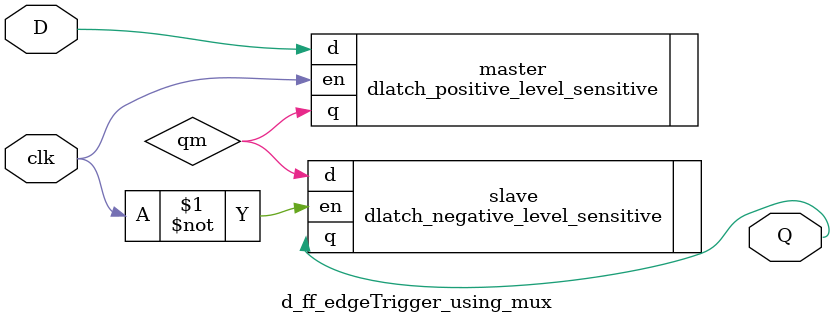
<source format=v>
module d_ff_edgeTrigger_using_mux(D,clk,Q);
  input D,clk;
  output Q;
  wire qm;
  dlatch_positive_level_sensitive master(.d(D),.en(clk),.q(qm));
  dlatch_negative_level_sensitive slave(.d(qm),.en(~clk),.q(Q));
endmodule
//dlatch_negative_level_sensitive
</source>
